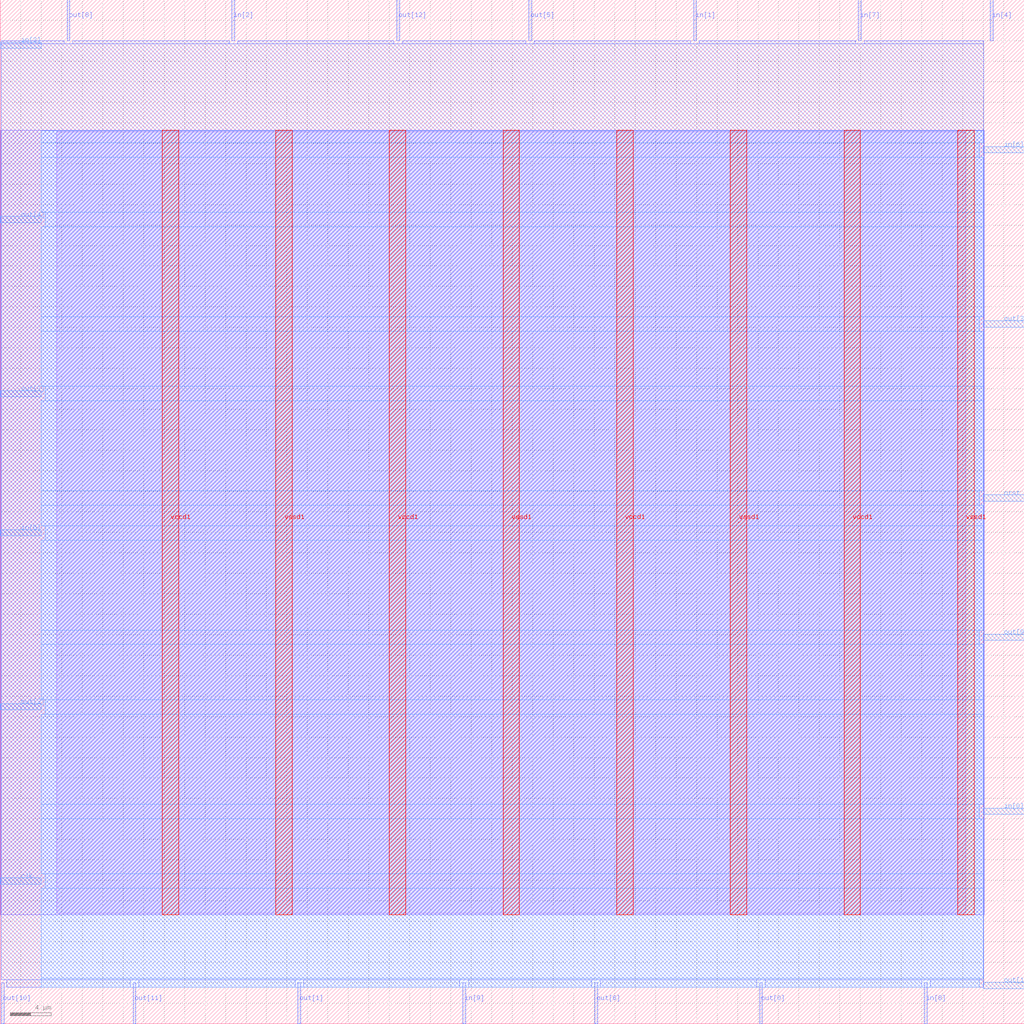
<source format=lef>
VERSION 5.7 ;
  NOWIREEXTENSIONATPIN ON ;
  DIVIDERCHAR "/" ;
  BUSBITCHARS "[]" ;
MACRO reducedMacroMain
  CLASS BLOCK ;
  FOREIGN reducedMacroMain ;
  ORIGIN 0.000 0.000 ;
  SIZE 100.000 BY 100.000 ;
  PIN clk
    DIRECTION INPUT ;
    USE SIGNAL ;
    PORT
      LAYER met3 ;
        RECT 0.000 13.640 4.000 14.240 ;
    END
  END clk
  PIN in[0]
    DIRECTION INPUT ;
    USE SIGNAL ;
    PORT
      LAYER met3 ;
        RECT 96.000 20.440 100.000 21.040 ;
    END
  END in[0]
  PIN in[1]
    DIRECTION INPUT ;
    USE SIGNAL ;
    PORT
      LAYER met2 ;
        RECT 67.710 96.000 67.990 100.000 ;
    END
  END in[1]
  PIN in[2]
    DIRECTION INPUT ;
    USE SIGNAL ;
    PORT
      LAYER met2 ;
        RECT 22.630 96.000 22.910 100.000 ;
    END
  END in[2]
  PIN in[3]
    DIRECTION INPUT ;
    USE SIGNAL ;
    PORT
      LAYER met3 ;
        RECT 0.000 95.240 4.000 95.840 ;
    END
  END in[3]
  PIN in[4]
    DIRECTION INPUT ;
    USE SIGNAL ;
    PORT
      LAYER met2 ;
        RECT 96.690 96.000 96.970 100.000 ;
    END
  END in[4]
  PIN in[5]
    DIRECTION INPUT ;
    USE SIGNAL ;
    PORT
      LAYER met3 ;
        RECT 0.000 47.640 4.000 48.240 ;
    END
  END in[5]
  PIN in[6]
    DIRECTION INPUT ;
    USE SIGNAL ;
    PORT
      LAYER met3 ;
        RECT 96.000 85.040 100.000 85.640 ;
    END
  END in[6]
  PIN in[7]
    DIRECTION INPUT ;
    USE SIGNAL ;
    PORT
      LAYER met2 ;
        RECT 83.810 96.000 84.090 100.000 ;
    END
  END in[7]
  PIN in[8]
    DIRECTION INPUT ;
    USE SIGNAL ;
    PORT
      LAYER met2 ;
        RECT 90.250 0.000 90.530 4.000 ;
    END
  END in[8]
  PIN in[9]
    DIRECTION INPUT ;
    USE SIGNAL ;
    PORT
      LAYER met2 ;
        RECT 45.170 0.000 45.450 4.000 ;
    END
  END in[9]
  PIN nrst
    DIRECTION INPUT ;
    USE SIGNAL ;
    PORT
      LAYER met3 ;
        RECT 96.000 51.040 100.000 51.640 ;
    END
  END nrst
  PIN out[0]
    DIRECTION OUTPUT TRISTATE ;
    USE SIGNAL ;
    PORT
      LAYER met2 ;
        RECT 74.150 0.000 74.430 4.000 ;
    END
  END out[0]
  PIN out[10]
    DIRECTION OUTPUT TRISTATE ;
    USE SIGNAL ;
    PORT
      LAYER met2 ;
        RECT 0.090 0.000 0.370 4.000 ;
    END
  END out[10]
  PIN out[11]
    DIRECTION OUTPUT TRISTATE ;
    USE SIGNAL ;
    PORT
      LAYER met2 ;
        RECT 12.970 0.000 13.250 4.000 ;
    END
  END out[11]
  PIN out[12]
    DIRECTION OUTPUT TRISTATE ;
    USE SIGNAL ;
    PORT
      LAYER met2 ;
        RECT 38.730 96.000 39.010 100.000 ;
    END
  END out[12]
  PIN out[13]
    DIRECTION OUTPUT TRISTATE ;
    USE SIGNAL ;
    PORT
      LAYER met3 ;
        RECT 96.000 3.440 100.000 4.040 ;
    END
  END out[13]
  PIN out[1]
    DIRECTION OUTPUT TRISTATE ;
    USE SIGNAL ;
    PORT
      LAYER met2 ;
        RECT 29.070 0.000 29.350 4.000 ;
    END
  END out[1]
  PIN out[2]
    DIRECTION OUTPUT TRISTATE ;
    USE SIGNAL ;
    PORT
      LAYER met3 ;
        RECT 0.000 30.640 4.000 31.240 ;
    END
  END out[2]
  PIN out[3]
    DIRECTION OUTPUT TRISTATE ;
    USE SIGNAL ;
    PORT
      LAYER met3 ;
        RECT 96.000 68.040 100.000 68.640 ;
    END
  END out[3]
  PIN out[4]
    DIRECTION OUTPUT TRISTATE ;
    USE SIGNAL ;
    PORT
      LAYER met3 ;
        RECT 0.000 78.240 4.000 78.840 ;
    END
  END out[4]
  PIN out[5]
    DIRECTION OUTPUT TRISTATE ;
    USE SIGNAL ;
    PORT
      LAYER met2 ;
        RECT 51.610 96.000 51.890 100.000 ;
    END
  END out[5]
  PIN out[6]
    DIRECTION OUTPUT TRISTATE ;
    USE SIGNAL ;
    PORT
      LAYER met2 ;
        RECT 58.050 0.000 58.330 4.000 ;
    END
  END out[6]
  PIN out[7]
    DIRECTION OUTPUT TRISTATE ;
    USE SIGNAL ;
    PORT
      LAYER met3 ;
        RECT 0.000 61.240 4.000 61.840 ;
    END
  END out[7]
  PIN out[8]
    DIRECTION OUTPUT TRISTATE ;
    USE SIGNAL ;
    PORT
      LAYER met2 ;
        RECT 6.530 96.000 6.810 100.000 ;
    END
  END out[8]
  PIN out[9]
    DIRECTION OUTPUT TRISTATE ;
    USE SIGNAL ;
    PORT
      LAYER met3 ;
        RECT 96.000 37.440 100.000 38.040 ;
    END
  END out[9]
  PIN vccd1
    DIRECTION INOUT ;
    USE POWER ;
    PORT
      LAYER met4 ;
        RECT 15.815 10.640 17.415 87.280 ;
    END
    PORT
      LAYER met4 ;
        RECT 38.010 10.640 39.610 87.280 ;
    END
    PORT
      LAYER met4 ;
        RECT 60.205 10.640 61.805 87.280 ;
    END
    PORT
      LAYER met4 ;
        RECT 82.400 10.640 84.000 87.280 ;
    END
  END vccd1
  PIN vssd1
    DIRECTION INOUT ;
    USE GROUND ;
    PORT
      LAYER met4 ;
        RECT 26.910 10.640 28.510 87.280 ;
    END
    PORT
      LAYER met4 ;
        RECT 49.105 10.640 50.705 87.280 ;
    END
    PORT
      LAYER met4 ;
        RECT 71.300 10.640 72.900 87.280 ;
    END
    PORT
      LAYER met4 ;
        RECT 93.495 10.640 95.095 87.280 ;
    END
  END vssd1
  OBS
      LAYER li1 ;
        RECT 5.520 10.795 94.300 87.125 ;
      LAYER met1 ;
        RECT 0.070 10.640 96.070 87.280 ;
      LAYER met2 ;
        RECT 0.100 95.720 6.250 96.000 ;
        RECT 7.090 95.720 22.350 96.000 ;
        RECT 23.190 95.720 38.450 96.000 ;
        RECT 39.290 95.720 51.330 96.000 ;
        RECT 52.170 95.720 67.430 96.000 ;
        RECT 68.270 95.720 83.530 96.000 ;
        RECT 84.370 95.720 96.050 96.000 ;
        RECT 0.100 4.280 96.050 95.720 ;
        RECT 0.650 3.555 12.690 4.280 ;
        RECT 13.530 3.555 28.790 4.280 ;
        RECT 29.630 3.555 44.890 4.280 ;
        RECT 45.730 3.555 57.770 4.280 ;
        RECT 58.610 3.555 73.870 4.280 ;
        RECT 74.710 3.555 89.970 4.280 ;
        RECT 90.810 3.555 96.050 4.280 ;
      LAYER met3 ;
        RECT 4.000 86.040 96.000 87.205 ;
        RECT 4.000 84.640 95.600 86.040 ;
        RECT 4.000 79.240 96.000 84.640 ;
        RECT 4.400 77.840 96.000 79.240 ;
        RECT 4.000 69.040 96.000 77.840 ;
        RECT 4.000 67.640 95.600 69.040 ;
        RECT 4.000 62.240 96.000 67.640 ;
        RECT 4.400 60.840 96.000 62.240 ;
        RECT 4.000 52.040 96.000 60.840 ;
        RECT 4.000 50.640 95.600 52.040 ;
        RECT 4.000 48.640 96.000 50.640 ;
        RECT 4.400 47.240 96.000 48.640 ;
        RECT 4.000 38.440 96.000 47.240 ;
        RECT 4.000 37.040 95.600 38.440 ;
        RECT 4.000 31.640 96.000 37.040 ;
        RECT 4.400 30.240 96.000 31.640 ;
        RECT 4.000 21.440 96.000 30.240 ;
        RECT 4.000 20.040 95.600 21.440 ;
        RECT 4.000 14.640 96.000 20.040 ;
        RECT 4.400 13.240 96.000 14.640 ;
        RECT 4.000 4.440 96.000 13.240 ;
        RECT 4.000 3.575 95.600 4.440 ;
  END
END reducedMacroMain
END LIBRARY


</source>
